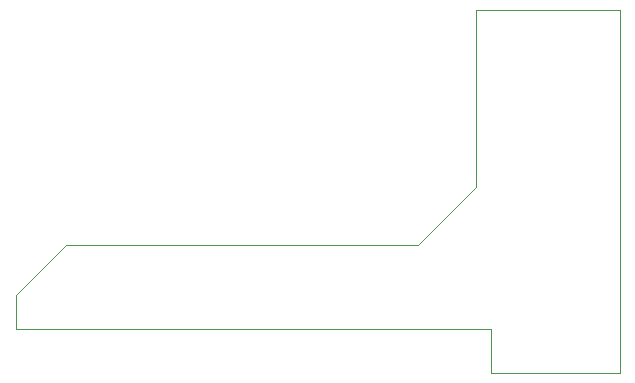
<source format=gbr>
G04 #@! TF.GenerationSoftware,KiCad,Pcbnew,(6.0.6-0)*
G04 #@! TF.CreationDate,2022-10-20T14:25:19-04:00*
G04 #@! TF.ProjectId,gscartsw2VGA,67736361-7274-4737-9732-5647412e6b69,1*
G04 #@! TF.SameCoordinates,Original*
G04 #@! TF.FileFunction,Profile,NP*
%FSLAX46Y46*%
G04 Gerber Fmt 4.6, Leading zero omitted, Abs format (unit mm)*
G04 Created by KiCad (PCBNEW (6.0.6-0)) date 2022-10-20 14:25:19*
%MOMM*%
%LPD*%
G01*
G04 APERTURE LIST*
G04 #@! TA.AperFunction,Profile*
%ADD10C,0.100000*%
G04 #@! TD*
G04 APERTURE END LIST*
D10*
X156270000Y-109120000D02*
X167180000Y-109120000D01*
X167180000Y-78350000D02*
X155020000Y-78350000D01*
X155020000Y-93370000D02*
X150120000Y-98270000D01*
X120310000Y-98270000D02*
X150120000Y-98270000D01*
X155020000Y-78350000D02*
X155020000Y-93370000D01*
X116060000Y-105370000D02*
X116060000Y-102520000D01*
X167180000Y-109120000D02*
X167180000Y-78350000D01*
X116060000Y-102520000D02*
X120310000Y-98270000D01*
X156270000Y-105370000D02*
X156270000Y-109120000D01*
X116060000Y-105370000D02*
X156270000Y-105370000D01*
M02*

</source>
